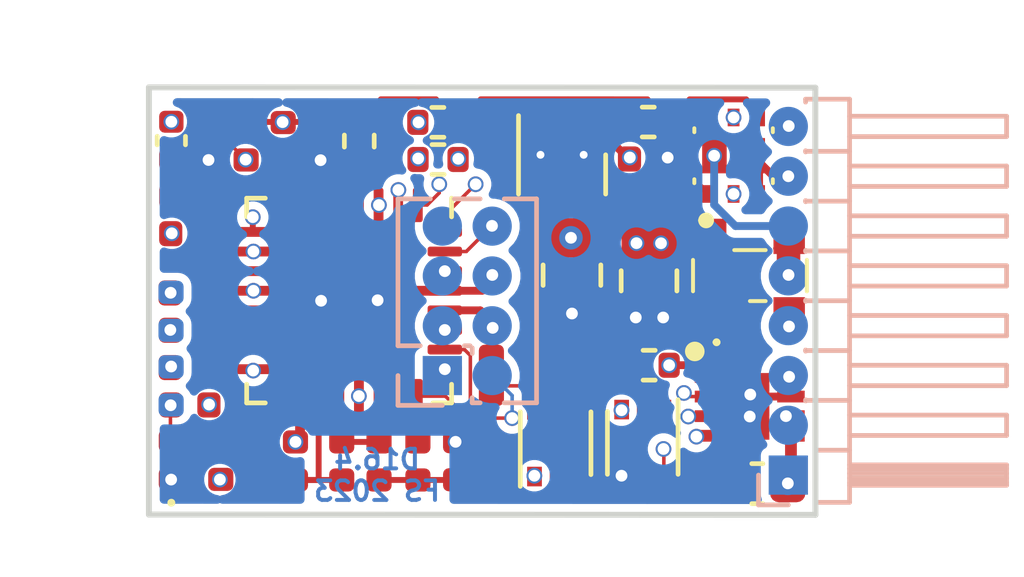
<source format=kicad_pcb>
(kicad_pcb (version 20241229) (generator "pcbnew") (generator_version "9.0")
  (title_block (title "RTB D16 NEM651 Decoder") (date "2024-11-16") (rev "4") (company "Frank Schumacher") (comment 1 "Lok Decoder NEM651") (comment 2 "D16.4") (comment 4 "Licensed under the Apache License, Version 2"))
  (layers (0 "F.Cu" signal) (4 "In1.Cu" signal) (6 "In2.Cu" signal) (8 "In3.Cu" signal) (10 "In4.Cu" signal) (2 "B.Cu" signal) (13 "F.Paste" user) (15 "B.Paste" user) (5 "F.SilkS" user) (7 "B.SilkS" user) (1 "F.Mask" user) (3 "B.Mask" user) (25 "Edge.Cuts" user))
  (net 0 "")
  (net 1 "GND")
  (net 2 "+3V3")
  (net 3 "DCC-b")
  (net 4 "DCC-a")
  (net 5 "RCM.tx")
  (net 6 "UDCC-a")
  (net 7 "UDCC-b")
  (net 8 "Net-(R7-Pad2)")
  (net 9 "Net-(R8-Pad2)")
  (net 10 "ISENS")
  (net 11 "PWM2")
  (net 12 "PWM1")
  (net 13 "M1")
  (net 14 "M2")
  (net 15 "uSENS2")
  (net 16 "uSENS1")
  (net 17 "Net-(Q1-Pad5)")
  (net 18 "Net-(Q1-Pad2)")
  (net 19 "VHBR")
  (net 20 "Net-(Q1-Pad3)")
  (net 21 "Net-(Q2-Pad5)")
  (net 22 "V24.rx")
  (net 23 "V24.tx")
  (net 24 "UPDI")
  (net 25 "V24.cts")
  (net 26 "V24.rts")
  (net 27 "Lr")
  (net 28 "Lf")
  (net 29 "F0r")
  (net 30 "F0f")
  (net 31 "Net-(D1-Pad2)")
  (net 32 "Net-(R14-Pad2)")
  (net 33 "Net-(R16-Pad1)")
  (net 34 "Net-(R14-Pad1)")
  (net 35 "Vref")
  (net 36 "Net-(IC1-Pad1)")
  (net 37 "IFL")
  (net 38 "Net-(Q3-Pad1)")
  (net 39 "LED.hbt")
  (net 40 "AUX2")
  (net 41 "AUX3")
  (net 42 "AUX1")
  (footprint "Resistor_SMD:R_0402_1005Metric" (layer "F.Cu") (at 51.53406 -42.49928 180)
    (property "Reference" "R4" (hide yes))
    (property "Value" "2.2k")
  )
  (footprint "Resistor_SMD:R_0402_1005Metric" (layer "F.Cu") (at 51.52898 -41.54678 180)
    (property "Reference" "R5" (hide yes))
    (property "Value" "2.2k")
  )
  (footprint "Resistor_SMD:R_0402_1005Metric" (layer "F.Cu") (at 53.92166 -47.31004 -90)
    (property "Reference" "R7" (hide yes))
    (property "Value" "33k")
  )
  (footprint "Resistor_SMD:R_0402_1005Metric" (layer "F.Cu") (at 52.97678 -47.32528 -90)
    (property "Reference" "R34" (hide yes))
    (property "Value" "220k")
  )
  (footprint "Resistor_SMD:R_0402_1005Metric" (layer "F.Cu") (at 51.5239 -43.44924 180)
    (property "Reference" "R6" (hide yes))
    (property "Value" "2.2k")
  )
  (footprint "Resistor_SMD:R_0402_1005Metric" (layer "F.Cu") (at 52.33162 -39.18204 -90)
    (property "Reference" "R10" (hide yes))
    (property "Value" "33k")
  )
  (footprint "Resistor_SMD:R_0402_1005Metric" (layer "F.Cu") (at 53.28158 -39.17442 90)
    (property "Reference" "R11" (hide yes))
    (property "Value" "10k")
  )
  (footprint "Resistor_SMD:R_0402_1005Metric" (layer "F.Cu") (at 51.54168 -44.96054 180)
    (property "Reference" "R12" (hide yes))
    (property "Value" "33k")
  )
  (footprint "Resistor_SMD:R_0402_1005Metric" (layer "F.Cu") (at 59.22518 -41.3512 -90)
    (property "Reference" "R3" (hide yes))
    (property "Value" "22")
  )
  (footprint "Capacitor_SMD:C_0402_1005Metric" (layer "F.Cu") (at 54.23408 -39.1668 90)
    (property "Reference" "C13" (hide yes))
    (property "Value" "22u/4V")
  )
  (footprint "Resistor_SMD:R_0402_1005Metric" (layer "F.Cu") (at 56.3626 -39.1668 90)
    (property "Reference" "R35" (hide yes))
    (property "Value" "220k")
  )
  (footprint "Resistor_SMD:R_0402_1005Metric" (layer "F.Cu") (at 57.3532 -39.1668 90)
    (property "Reference" "R8" (hide yes))
    (property "Value" "33k")
  )
  (footprint "Resistor_SMD:R_0402_1005Metric" (layer "F.Cu") (at 55.41264 -39.1668 -90)
    (property "Reference" "R37" (hide yes))
    (property "Value" "9.1k")
  )
  (footprint "Package_TO_SOT_SMD:SOT-666" (layer "F.Cu") (at 60.86094 -39.61892 90)
    (property "Reference" "Q1" (hide yes))
    (property "Value" "BC857BDW1" (hide yes))
  )
  (footprint "Resistor_SMD:R_0402_1005Metric" (layer "F.Cu") (at 59.26836 -39.1795 -90)
    (property "Reference" "R15" (hide yes))
    (property "Value" "10k")
  )
  (footprint "Resistor_SMD:R_0402_1005Metric" (layer "F.Cu") (at 52.02682 -47.32528 -90)
    (property "Reference" "R36" (hide yes))
    (property "Value" "9.1k")
  )
  (footprint "Resistor_SMD:R_0402_1005Metric" (layer "F.Cu") (at 61.22924 -41.60774 180)
    (property "Reference" "R18" (hide yes))
    (property "Value" "10k")
  )
  (footprint "Package_TO_SOT_SMD:SOT-666" (layer "F.Cu") (at 63.0809 -39.62654 -90)
    (property "Reference" "Q2" (hide yes))
    (property "Value" "BC847BDW1" (hide yes))
  )
  (footprint "Resistor_SMD:R_0402_1005Metric" (layer "F.Cu") (at 58.31332 -39.17188 -90)
    (property "Reference" "R20" (hide yes))
    (property "Value" "10k")
  )
  (footprint "Resistor_SMD:R_0402_1005Metric" (layer "F.Cu") (at 51.54422 -40.59428 180)
    (property "Reference" "R1" (hide yes))
    (property "Value" "3.3k")
  )
  (footprint "Package_SON:WSON-6-1EP_2x2mm_P0.65mm_EP1x1.6mm_ThermalVias" (layer "F.Cu") (at 61.02604 -46.97222 -90)
    (property "Reference" "IC2" (hide yes))
    (property "Value" "NCP730BMT330TBG")
  )
  (footprint "Package_DFN_QFN:VQFN-32-1EP_5x5mm_P0.5mm_EP3.1x3.1mm" (layer "F.Cu") (at 55.6006 -43.2562 -90)
    (property "Reference" "U1" (hide yes))
    (property "Value" "AVR-64DA32")
  )
  (footprint "LED_SMD:LED_0402_1005Metric" (layer "F.Cu") (at 51.07178 -39.1922 90)
    (property "Reference" "D1" (hide yes))
    (property "Value" "LED")
  )
  (footprint "Capacitor_SMD:C_0402_1005Metric" (layer "F.Cu") (at 59.19978 -43.23334 -90)
    (property "Reference" "C1" (hide yes))
    (property "Value" "22u/4V")
  )
  (footprint "Resistor_SMD:R_0402_1005Metric" (layer "F.Cu") (at 54.8767 -47.31004 90)
    (property "Reference" "R19" (hide yes))
    (property "Value" "10k")
  )
  (footprint "Capacitor_SMD:C_0402_1005Metric" (layer "F.Cu") (at 63.22822 -46.86554)
    (property "Reference" "C3" (hide yes))
    (property "Value" "22u/4V")
  )
  (footprint "RTB:SON50P200X200X80-9N" (layer "F.Cu") (at 65.80632 -40.55872)
    (property "Reference" "IC1")
    (property "Value" "DRV8231ADSGR")
  )
  (footprint "Resistor_SMD:R_0402_1005Metric" (layer "F.Cu") (at 63.24346 -41.60774)
    (property "Reference" "R2" (hide yes))
    (property "Value" "3.3k")
  )
  (footprint "Resistor_SMD:R_0402_1005Metric" (layer "F.Cu") (at 63.2206 -47.80788)
    (property "Reference" "R9" (hide yes))
    (property "Value" "2.2")
  )
  (footprint "RTB:BF998215" (layer "F.Cu") (at 65.8114 -43.51782)
    (property "Reference" "D3")
    (property "Value" "BAS3007ARPPE6327HTSA1")
  )
  (footprint "Capacitor_SMD:C_0402_1005Metric" (layer "F.Cu") (at 51.07178 -47.33544 -90)
    (property "Reference" "C6" (hide yes))
    (property "Value" "1u" (hide yes))
  )
  (footprint "Resistor_SMD:R_0402_1005Metric" (layer "F.Cu") (at 57.86628 -46.85284 180)
    (property "Reference" "R17" (hide yes))
    (property "Value" "220k")
  )
  (footprint "Capacitor_SMD:C_0805_2012Metric" (layer "F.Cu") (at 63.24092 -43.75912 -90)
    (property "Reference" "C7" (hide yes))
    (property "Value" "22u/25V")
  )
  (footprint "Resistor_SMD:R_0402_1005Metric" (layer "F.Cu") (at 57.8612 -47.80026 180)
    (property "Reference" "R21" (hide yes))
    (property "Value" "1k")
  )
  (footprint "Resistor_SMD:R_0402_1005Metric" (layer "F.Cu") (at 51.54422 -45.91558)
    (property "Reference" "R13" (hide yes))
    (property "Value" "10k")
  )
  (footprint "Capacitor_SMD:C_0603_1608Metric" (layer "F.Cu") (at 65.99936 -38.58768 180)
    (property "Reference" "C4" (hide yes))
    (property "Value" "1u/35V")
  )
  (footprint "RTB:CSD87502Q2" (layer "F.Cu") (at 65.39484 -46.94936 90)
    (property "Reference" "Q3")
    (property "Value" "SSM6N55NU")
  )
  (footprint "Resistor_SMD:R_0402_1005Metric" (layer "F.Cu") (at 55.85968 -47.32274 90)
    (property "Reference" "R22" (hide yes))
    (property "Value" "2.2")
  )
  (footprint "Capacitor_SMD:C_0805_2012Metric" (layer "F.Cu") (at 61.2775 -43.9039 -90)
    (property "Reference" "C2" (hide yes))
    (property "Value" "100u/4V")
  )
  (footprint "Resistor_SMD:R_0402_1005Metric" (layer "B.Cu") (at 51.06416 -42.98188 -90)
    (property "Reference" "R14" (hide yes))
    (property "Value" "dummy")
  )
  (footprint "Resistor_SMD:R_0402_1005Metric" (layer "B.Cu") (at 51.0667 -41.07942 -90)
    (property "Reference" "R16" (hide yes))
    (property "Value" "dummy")
  )
  (footprint "Connector_PinHeader_1.27mm:PinHeader_2x04_P1.27mm_Vertical" (layer "B.Cu") (at 57.9755 -41.34358)
    (property "Reference" "J1" (hide yes))
    (property "Value" "Service IF")
  )
  (footprint "Connector_PinHeader_1.27mm:PinHeader_1x08_P1.27mm_Horizontal" (layer "B.Cu") (at 66.7893 -38.80612)
    (property "Reference" "J2" (hide yes))
    (property "Value" "NEM651")
  )
  (gr_line (start 67.48018 -37.79266) (end 50.50028 -37.80028) (stroke (width 0.15)) (layer "Edge.Cuts"))
  (gr_line (start 50.50028 -48.6918) (end 67.47764 -48.68418) (stroke (width 0.15)) (layer "Edge.Cuts"))
  (gr_line (start 50.50028 -37.80028) (end 50.50028 -48.6918) (stroke (width 0.15)) (layer "Edge.Cuts"))
  (gr_line (start 67.47764 -48.68418) (end 67.48018 -37.79266) (stroke (width 0.15)) (layer "Edge.Cuts"))
  (gr_text "D16.4\nFS 2023" (at 56.3118 -38.80104 0) (layer "B.Cu") (effects (font (size 0.5 0.5) (thickness 0.1)) (justify mirror)))
  (segment (start 54.2798 -38.6818) (end 55.372 -38.6818) (width 0.15) (layer "F.Cu") (net 1))
  (segment (start 63.72084 -46.90364) (end 63.72084 -46.90364) (width 0.2) (layer "F.Cu") (net 1))
  (segment (start 65.3822 -38.78072) (end 65.3822 -38.78072) (width 0.2) (layer "F.Cu") (net 1))
  (segment (start 65.82156 -40.81526) (end 65.82156 -40.81526) (width 0.3) (layer "F.Cu") (net 1))
  (segment (start 65.80632 -40.32758) (end 65.80632 -39.204814) (width 0.3) (layer "F.Cu") (net 1))
  (segment (start 58.05734 -43.52544) (end 58.0381 -43.5062) (width 0.15) (layer "F.Cu") (net 1))
  (segment (start 53.31968 -38.68434) (end 54.27726 -38.68434) (width 0.15) (layer "F.Cu") (net 1))
  (segment (start 66.85632 -40.80872) (end 66.05632 -40.80872) (width 0.2) (layer "F.Cu") (net 1))
  (segment (start 61.72722 -46.97222) (end 61.02604 -46.97222) (width 0.2) (layer "F.Cu") (net 1))
  (segment (start 60.37604 -47.85972) (end 60.37604 -47.07222) (width 0.2) (layer "F.Cu") (net 1))
  (segment (start 58.0421 -43.5102) (end 58.0381 -43.5062) (width 0.15) (layer "F.Cu") (net 1))
  (segment (start 54.82481 -40.79291) (end 54.82481 -38.69581) (width 0.15) (layer "F.Cu") (net 1))
  (segment (start 54.26456 -38.69704) (end 54.2798 -38.6818) (width 0.15) (layer "F.Cu") (net 1))
  (segment (start 51.05922 -45.91558) (end 51.05922 -46.84288) (width 0.09) (layer "F.Cu") (net 1))
  (segment (start 58.98764 -43.5062) (end 59.19978 -43.71834) (width 0.2) (layer "F.Cu") (net 1))
  (segment (start 65.80632 -40.55872) (end 65.80632 -40.32758) (width 0.2) (layer "F.Cu") (net 1))
  (segment (start 66.05632 -40.80872) (end 65.80632 -40.55872) (width 0.2) (layer "F.Cu") (net 1))
  (segment (start 52.0039 -46.85544) (end 52.0192 -46.84014) (width 0.09) (layer "F.Cu") (net 1))
  (segment (start 58.0381 -43.5062) (end 58.98764 -43.5062) (width 0.2) (layer "F.Cu") (net 1))
  (segment (start 58.0381 -43.5062) (end 58.06242 -43.53052) (width 0.15) (layer "F.Cu") (net 1))
  (segment (start 54.8506 -40.8187) (end 54.82481 -40.79291) (width 0.15) (layer "F.Cu") (net 1))
  (segment (start 54.27726 -38.68434) (end 54.2798 -38.6818) (width 0.15) (layer "F.Cu") (net 1))
  (segment (start 55.83736 -46.83506) (end 55.85968 -46.81274) (width 0.2) (layer "F.Cu") (net 1))
  (segment (start 62.7785 -47.84598) (end 63.72084 -46.90364) (width 0.2) (layer "F.Cu") (net 1))
  (segment (start 65.80632 -39.204814) (end 65.3822 -38.780694) (width 0.3) (layer "F.Cu") (net 1))
  (segment (start 55.8506 -43.5062) (end 58.0381 -43.5062) (width 0.25) (layer "F.Cu") (net 1))
  (segment (start 51.05922 -46.84288) (end 51.07178 -46.85544) (width 0.09) (layer "F.Cu") (net 1))
  (segment (start 54.8108 -38.6818) (end 54.2798 -38.6818) (width 0.15) (layer "F.Cu") (net 1))
  (segment (start 55.6006 -43.2562) (end 55.8506 -43.5062) (width 0.2) (layer "F.Cu") (net 1))
  (segment (start 64.96052 -42.84194) (end 65.0114 -42.89282) (width 0.35) (layer "F.Cu") (net 1))
  (segment (start 50.8738 -45.9138) (end 50.88 -45.92) (width 0.15) (layer "F.Cu") (net 1))
  (segment (start 65.82156 -40.81526) (end 65.82156 -40.81526) (width 0.3) (layer "F.Cu") (net 1))
  (segment (start 60.37604 -47.07222) (end 60.47604 -46.97222) (width 0.2) (layer "F.Cu") (net 1))
  (segment (start 63.246 -42.84194) (end 64.96052 -42.84194) (width 0.5) (layer "F.Cu") (net 1))
  (segment (start 55.6006 -43.2562) (end 54.8506 -42.5062) (width 0.2) (layer "F.Cu") (net 1))
  (segment (start 54.8506 -42.5062) (end 54.8506 -40.8187) (width 0.25) (layer "F.Cu") (net 1))
  (segment (start 62.73346 -42.3294) (end 63.246 -42.84194) (width 0.2) (layer "F.Cu") (net 1))
  (segment (start 51.07178 -46.85544) (end 52.0039 -46.85544) (width 0.09) (layer "F.Cu") (net 1))
  (segment (start 62.73346 -41.60774) (end 62.73346 -42.3294) (width 0.2) (layer "F.Cu") (net 1))
  (segment (start 62.71822 -47.84598) (end 62.7785 -47.84598) (width 0.2) (layer "F.Cu") (net 1))
  (segment (start 54.82481 -38.69581) (end 54.8108 -38.6818) (width 0.15) (layer "F.Cu") (net 1))
  (segment (start 54.87416 -46.83506) (end 55.83736 -46.83506) (width 0.3) (layer "F.Cu") (net 1))
  (via (at 56.32704 -43.26382) (size 0.6) (drill 0.3) (layers "F.Cu" "B.Cu") (net 1))
  (via (at 54.88686 -43.25112) (size 0.6) (drill 0.3) (layers "F.Cu" "B.Cu") (net 1))
  (via (at 63.6016 -42.8244) (size 0.4) (drill 0.3) (layers "F.Cu" "B.Cu") (net 1))
  (via (at 63.7159 -46.9011) (size 0.4) (drill 0.3) (layers "F.Cu" "B.Cu") (net 1))
  (via (at 58.31332 -39.65448) (size 0.4) (drill 0.3) (layers "F.Cu" "B.Cu") (net 1))
  (via (at 61.2775 -42.926) (size 0.6) (drill 0.3) (layers "F.Cu" "B.Cu") (net 1))
  (via (at 51.0667 -38.69182) (size 0.4) (drill 0.3) (layers "F.Cu" "B.Cu") (net 1))
  (via (at 66.79946 -47.70628) (size 0.6) (drill 0.3) (layers "F.Cu" "B.Cu") (net 1))
  (via (at 52.0192 -46.84014) (size 0.4) (drill 0.3) (layers "F.Cu" "B.Cu") (net 1))
  (via (at 62.54 -38.79) (size 0.4) (drill 0.3) (layers "F.Cu" "B.Cu") (net 1))
  (via (at 59.24804 -43.90898) (size 0.4) (drill 0.3) (layers "F.Cu" "B.Cu") (net 1))
  (via (at 65.80632 -40.3) (size 0.4) (drill 0.3) (layers "F.Cu" "B.Cu") (net 1))
  (via (at 54.87416 -46.83506) (size 0.4) (drill 0.3) (layers "F.Cu" "B.Cu") (net 1))
  (via (at 65.82 -40.86) (size 0.4) (drill 0.3) (layers "F.Cu" "B.Cu") (net 1))
  (via (at 62.9031 -42.8244) (size 0.4) (drill 0.3) (layers "F.Cu" "B.Cu") (net 1))
  (segment (start 59.0543 -44.0062) (end 59.1693 -43.8912) (width 0.15) (layer "B.Cu") (net 1))
  (segment (start 54.2798 -39.6518) (end 54.2798 -39.6518) (width 0.2) (layer "F.Cu") (net 2))
  (segment (start 54.3506 -39.7226) (end 54.2798 -39.6518) (width 0.2) (layer "F.Cu") (net 2))
  (segment (start 54.2798 -39.6518) (end 54.2798 -39.6518) (width 0.2) (layer "F.Cu") (net 2))
  (segment (start 54.23408 -39.6518) (end 54.23408 -39.6518) (width 0.25) (layer "F.Cu") (net 2))
  (segment (start 62.75084 -46.90364) (end 62.75084 -46.90364) (width 0.2) (layer "F.Cu") (net 2))
  (segment (start 62.68974 -46.90364) (end 62.75084 -46.90364) (width 0.2) (layer "F.Cu") (net 2))
  (segment (start 62.12078 -47.4726) (end 62.68974 -46.90364) (width 0.2) (layer "F.Cu") (net 2))
  (segment (start 62.12078 -47.77232) (end 62.12078 -47.4726) (width 0.2) (layer "F.Cu") (net 2))
  (segment (start 62.03188 -47.86122) (end 62.12078 -47.77232) (width 0.2) (layer "F.Cu") (net 2))
  (segment (start 61.67604 -47.85972) (end 61.73366 -47.85972) (width 0.2) (layer "F.Cu") (net 2))
  (segment (start 58.0381 -43.0062) (end 58.94192 -43.0062) (width 0.2) (layer "F.Cu") (net 2))
  (segment (start 59.19978 -42.74834) (end 59.19978 -41.8616) (width 0.2) (layer "F.Cu") (net 2))
  (segment (start 61.73516 -47.86122) (end 62.03188 -47.86122) (width 0.2) (layer "F.Cu") (net 2))
  (segment (start 54.3506 -40.8187) (end 54.3506 -39.76832) (width 0.25) (layer "F.Cu") (net 2))
  (segment (start 59.19978 -41.8616) (end 59.22518 -41.8362) (width 0.2) (layer "F.Cu") (net 2))
  (segment (start 61.73366 -47.85972) (end 61.73516 -47.86122) (width 0.2) (layer "F.Cu") (net 2))
  (segment (start 58.94192 -43.0062) (end 59.19978 -42.74834) (width 0.2) (layer "F.Cu") (net 2))
  (segment (start 54.3506 -39.76832) (end 54.23408 -39.6518) (width 0.25) (layer "F.Cu") (net 2))
  (via (at 62.75084 -46.90364) (size 0.4) (drill 0.3) (layers "F.Cu" "B.Cu") (net 2))
  (via (at 59.2582 -42.56024) (size 0.4) (drill 0.3) (layers "F.Cu" "B.Cu") (net 2))
  (via (at 60.31992 -38.79) (size 0.4) (drill 0.3) (layers "F.Cu" "B.Cu") (net 2))
  (via (at 61.2521 -44.8564) (size 0.6) (drill 0.3) (layers "F.Cu" "B.Cu") (net 2))
  (via (at 54.23408 -39.6518) (size 0.4) (drill 0.3) (layers "F.Cu" "B.Cu") (net 2))
  (segment (start 59.0543 -42.5062) (end 59.1693 -42.6212) (width 0.15) (layer "B.Cu") (net 2))
  (segment (start 56.3626 -38.6818) (end 56.3626 -38.6818) (width 0.15) (layer "F.Cu") (net 3))
  (segment (start 56.3626 -38.6818) (end 57.3532 -38.6818) (width 0.15) (layer "F.Cu") (net 3))
  (segment (start 63.627 -38.76794) (end 63.627 -38.76794) (width 0.09) (layer "F.Cu") (net 3))
  (segment (start 58.31332 -38.68688) (end 58.826281 -38.173919) (width 0.09) (layer "F.Cu") (net 3))
  (segment (start 63.6184 -39.463002) (end 63.609494 -39.471908) (width 0.09) (layer "F.Cu") (net 3))
  (segment (start 63.6184 -38.32508) (end 63.6184 -38.77654) (width 0.09) (layer "F.Cu") (net 3))
  (segment (start 58.826281 -38.173919) (end 63.467239 -38.173919) (width 0.09) (layer "F.Cu") (net 3))
  (segment (start 63.6184 -38.77654) (end 63.6184 -39.463002) (width 0.09) (layer "F.Cu") (net 3))
  (segment (start 57.3532 -38.6818) (end 58.30824 -38.6818) (width 0.15) (layer "F.Cu") (net 3))
  (segment (start 58.30824 -38.6818) (end 58.31332 -38.68688) (width 0.15) (layer "F.Cu") (net 3))
  (segment (start 63.467239 -38.173919) (end 63.6184 -38.32508) (width 0.09) (layer "F.Cu") (net 3))
  (via (at 63.609494 -39.471908) (size 0.4) (drill 0.3) (layers "F.Cu" "B.Cu") (net 3))
  (via (at 66.80708 -42.5958) (size 0.6) (drill 0.3) (layers "F.Cu" "B.Cu") (net 3))
  (segment (start 66.8274 -42.68216) (end 66.48958 -42.68216) (width 0.09) (layer "B.Cu") (net 3))
  (segment (start 66.8274 -42.68216) (end 66.8274 -42.68216) (width 0.09) (layer "B.Cu") (net 3))
  (segment (start 52.86248 -47.81028) (end 53.85308 -47.81028) (width 0.15) (layer "F.Cu") (net 4))
  (segment (start 54.8005 -47.81536) (end 54.8005 -47.81536) (width 0.15) (layer "F.Cu") (net 4))
  (segment (start 66.79438 -44.8758) (end 66.8114 -44.89282) (width 0.3) (layer "F.Cu") (net 4))
  (segment (start 66.8114 -44.89282) (end 66.5032 -44.58462) (width 0.2) (layer "F.Cu") (net 4))
  (segment (start 66.79438 -43.90898) (end 66.79438 -44.8758) (width 0.6) (layer "F.Cu") (net 4))
  (segment (start 53.85308 -47.81028) (end 54.79542 -47.81028) (width 0.15) (layer "F.Cu") (net 4))
  (segment (start 52.86248 -47.81028) (end 52.86248 -47.81028) (width 0.15) (layer "F.Cu") (net 4))
  (segment (start 54.79542 -47.81028) (end 54.8005 -47.81536) (width 0.15) (layer "F.Cu") (net 4))
  (via (at 53.90642 -47.80534) (size 0.4) (drill 0.3) (layers "F.Cu" "B.Cu") (net 4))
  (via (at 62.54 -40.46) (size 0.4) (drill 0.3) (layers "F.Cu" "B.Cu") (net 4))
  (via (at 66.79438 -43.90898) (size 0.6) (drill 0.3) (layers "F.Cu" "B.Cu") (net 4))
  (segment (start 59.26836 -39.6645) (end 59.208474 -39.6645) (width 0.09) (layer "F.Cu") (net 5))
  (segment (start 59.208474 -39.6645) (end 58.054274 -40.8187) (width 0.09) (layer "F.Cu") (net 5))
  (segment (start 58.054274 -40.8187) (end 57.3506 -40.8187) (width 0.09) (layer "F.Cu") (net 5))
  (segment (start 52.86114 -46.83894) (end 52.86248 -46.84028) (width 0.09) (layer "F.Cu") (net 6))
  (segment (start 52.96408 -46.8503) (end 52.96408 -46.8503) (width 0.09) (layer "F.Cu") (net 6))
  (segment (start 53.1631 -44.5062) (end 53.1631 -44.5062) (width 0.09) (layer "F.Cu") (net 6))
  (segment (start 51.99408 -47.8203) (end 52.96408 -46.8503) (width 0.09) (layer "F.Cu") (net 6))
  (segment (start 52.74804 -46.72584) (end 52.86114 -46.83894) (width 0.09) (layer "F.Cu") (net 6))
  (segment (start 51.87188 -47.81028) (end 51.89248 -47.81028) (width 0.09) (layer "F.Cu") (net 6))
  (via (at 52.96408 -46.8503) (size 0.4) (drill 0.3) (layers "F.Cu" "B.Cu") (net 6))
  (via (at 53.1631 -44.5062) (size 0.4) (drill 0.3) (layers "F.Cu" "B.Cu") (net 6))
  (segment (start 55.372 -39.6518) (end 56.3626 -39.6518) (width 0.15) (layer "F.Cu") (net 7))
  (segment (start 55.372 -39.6518) (end 55.372 -40.7973) (width 0.15) (layer "F.Cu") (net 7))
  (segment (start 55.372 -40.7973) (end 55.3506 -40.8187) (width 0.15) (layer "F.Cu") (net 7))
  (segment (start 53.8506 -46.8378) (end 53.85308 -46.84028) (width 0.15) (layer "F.Cu") (net 8))
  (segment (start 53.8506 -45.6937) (end 53.8506 -46.8378) (width 0.15) (layer "F.Cu") (net 8))
  (segment (start 57.3532 -39.6518) (end 56.8506 -40.1544) (width 0.15) (layer "F.Cu") (net 9))
  (segment (start 56.8506 -40.1544) (end 56.8506 -40.8187) (width 0.15) (layer "F.Cu") (net 9))
  (via (at 55.84952 -40.82034) (size 0.4) (drill 0.3) (layers "F.Cu" "B.Cu") (net 10))
  (via (at 57.36082 -46.87824) (size 0.4) (drill 0.3) (layers "F.Cu" "B.Cu") (net 10))
  (via (at 51.07178 -47.81544) (size 0.4) (drill 0.3) (layers "F.Cu" "B.Cu") (net 10))
  (segment (start 64.35128 -40.30872) (end 64.35 -40.31) (width 0.09) (layer "F.Cu") (net 11))
  (segment (start 64.75632 -40.30872) (end 64.24872 -40.30872) (width 0.09) (layer "F.Cu") (net 11))
  (segment (start 64.24872 -40.30872) (end 64.24 -40.3) (width 0.09) (layer "F.Cu") (net 11))
  (via (at 64.24 -40.3) (size 0.4) (drill 0.3) (layers "F.Cu" "B.Cu") (net 11))
  (via (at 56.36006 -45.69206) (size 0.4) (drill 0.3) (layers "F.Cu" "B.Cu") (net 11))
  (segment (start 64.43454 -40.81) (end 64.44234 -40.8178) (width 0.09) (layer "F.Cu") (net 12))
  (segment (start 56.8506 -45.6937) (end 56.8506 -46.12862) (width 0.09) (layer "F.Cu") (net 12))
  (segment (start 56.8506 -46.12862) (end 56.8452 -46.13402) (width 0.09) (layer "F.Cu") (net 12))
  (segment (start 64.75632 -40.80872) (end 64.22128 -40.80872) (width 0.09) (layer "F.Cu") (net 12))
  (segment (start 64.22128 -40.80872) (end 64.13 -40.9) (width 0.09) (layer "F.Cu") (net 12))
  (via (at 64.13 -40.9) (size 0.4) (drill 0.3) (layers "F.Cu" "B.Cu") (net 12))
  (via (at 56.85536 -46.0756) (size 0.4) (drill 0.3) (layers "F.Cu" "B.Cu") (net 12))
  (via (at 66.80962 -41.3131) (size 0.4) (drill 0.3) (layers "F.Cu" "B.Cu") (net 13))
  (via (at 51.08194 -44.9707) (size 0.4) (drill 0.3) (layers "F.Cu" "B.Cu") (net 13))
  (via (at 66.72834 -40.3098) (size 0.4) (drill 0.3) (layers "F.Cu" "B.Cu") (net 14))
  (via (at 52.30876 -38.69182) (size 0.4) (drill 0.3) (layers "F.Cu" "B.Cu") (net 14))
  (segment (start 53.31968 -40.28778) (end 53.8506 -40.8187) (width 0.15) (layer "F.Cu") (net 15))
  (segment (start 53.30952 -39.65942) (end 53.3146 -39.65434) (width 0.15) (layer "F.Cu") (net 15))
  (segment (start 53.31968 -39.65434) (end 53.31968 -40.28778) (width 0.15) (layer "F.Cu") (net 15))
  (segment (start 52.3748 -39.65942) (end 53.30952 -39.65942) (width 0.15) (layer "F.Cu") (net 15))
  (segment (start 52.05476 -44.93246) (end 52.05476 -45.71024) (width 0.09) (layer "F.Cu") (net 16))
  (segment (start 53.1631 -44.0062) (end 52.45538 -44.0062) (width 0.09) (layer "F.Cu") (net 16))
  (segment (start 52.45538 -44.0062) (end 52.05476 -44.40682) (width 0.09) (layer "F.Cu") (net 16))
  (segment (start 52.05476 -44.40682) (end 52.05476 -44.93246) (width 0.09) (layer "F.Cu") (net 16))
  (segment (start 60.32344 -40.46892) (end 60.78594 -40.46892) (width 0.15) (layer "F.Cu") (net 17))
  (segment (start 60.86094 -39.562636) (end 60.86094 -40.54392) (width 0.09) (layer "F.Cu") (net 17))
  (segment (start 59.894298 -39.320438) (end 60.618742 -39.320438) (width 0.09) (layer "F.Cu") (net 17))
  (segment (start 60.618742 -39.320438) (end 60.86094 -39.562636) (width 0.09) (layer "F.Cu") (net 17))
  (segment (start 59.26836 -38.6945) (end 59.894298 -39.320438) (width 0.09) (layer "F.Cu") (net 17))
  (segment (start 61.39844 -40.46892) (end 61.39844 -39.717) (width 0.15) (layer "F.Cu") (net 18))
  (segment (start 60.86094 -39.16892) (end 60.86094 -38.69392) (width 0.15) (layer "F.Cu") (net 18))
  (segment (start 61.39844 -40.777287) (end 61.39844 -40.46892) (width 0.09) (layer "F.Cu") (net 18))
  (segment (start 59.44094 -41.08196) (end 61.093767 -41.08196) (width 0.09) (layer "F.Cu") (net 18))
  (segment (start 59.22518 -40.8662) (end 59.44094 -41.08196) (width 0.09) (layer "F.Cu") (net 18))
  (segment (start 61.093767 -41.08196) (end 61.39844 -40.777287) (width 0.09) (layer "F.Cu") (net 18))
  (segment (start 61.39844 -39.717) (end 60.86094 -39.1795) (width 0.15) (layer "F.Cu") (net 18))
  (segment (start 64.8114 -44.89282) (end 64.8114 -44.89282) (width 0.2) (layer "F.Cu") (net 19))
  (segment (start 64.8114 -44.89282) (end 63.43712 -44.89282) (width 0.5) (layer "F.Cu") (net 19))
  (segment (start 62.60188 -46.08472) (end 63.24092 -45.44568) (width 0.2) (layer "F.Cu") (net 19))
  (segment (start 63.24092 -45.44568) (end 63.24092 -44.69662) (width 0.2) (layer "F.Cu") (net 19))
  (segment (start 66.85632 -38.67502) (end 66.7766 -38.5953) (width 0.3) (layer "F.Cu") (net 19))
  (segment (start 62.67606 -44.96406) (end 62.92088 -44.71924) (width 0.3) (layer "F.Cu") (net 19))
  (segment (start 66.85632 -39.80872) (end 66.85632 -38.67502) (width 0.3) (layer "F.Cu") (net 19))
  (segment (start 64.8114 -44.89282) (end 64.8114 -44.1358) (width 0.35) (layer "F.Cu") (net 19))
  (segment (start 61.67604 -46.08472) (end 62.60188 -46.08472) (width 0.2) (layer "F.Cu") (net 19))
  (segment (start 66.7766 -38.70706) (end 66.85026 -38.78072) (width 0.3) (layer "F.Cu") (net 19))
  (segment (start 66.81216 -38.74262) (end 66.81216 -38.74262) (width 0.3) (layer "F.Cu") (net 19))
  (segment (start 64.5126 -44.89282) (end 64.8114 -44.89282) (width 0.2) (layer "F.Cu") (net 19))
  (segment (start 63.43712 -44.89282) (end 63.24092 -44.69662) (width 0.5) (layer "F.Cu") (net 19))
  (segment (start 66.7766 -38.5953) (end 66.7766 -38.70706) (width 0.3) (layer "F.Cu") (net 19))
  (via (at 63.54572 -44.7167) (size 0.4) (drill 0.3) (layers "F.Cu" "B.Cu") (net 19))
  (via (at 66.7766 -38.5953) (size 0.6) (drill 0.3) (layers "F.Cu" "B.Cu") (net 19))
  (via (at 62.92088 -44.71924) (size 0.4) (drill 0.3) (layers "F.Cu" "B.Cu") (net 19))
  (segment (start 62.92342 -44.7167) (end 62.92088 -44.71924) (width 0.3) (layer "B.Cu") (net 19))
  (segment (start 62.800142 -41.0083) (end 63.0809 -40.727542) (width 0.09) (layer "F.Cu") (net 20))
  (segment (start 61.491613 -41.02354) (end 61.66612 -41.02354) (width 0.09) (layer "F.Cu") (net 20))
  (segment (start 61.8363 -40.85336) (end 61.8363 -39.20678) (width 0.09) (layer "F.Cu") (net 20))
  (segment (start 62.24016 -41.1734) (end 62.40526 -41.0083) (width 0.09) (layer "F.Cu") (net 20))
  (segment (start 61.32082 -42.18432) (end 62.0776 -42.18432) (width 0.09) (layer "F.Cu") (net 20))
  (segment (start 61.66612 -41.02354) (end 61.8363 -40.85336) (width 0.09) (layer "F.Cu") (net 20))
  (segment (start 62.0776 -42.18432) (end 62.24016 -42.02176) (width 0.09) (layer "F.Cu") (net 20))
  (segment (start 60.907413 -41.60774) (end 61.491613 -41.02354) (width 0.09) (layer "F.Cu") (net 20))
  (segment (start 63.0809 -40.55154) (end 63.5434 -40.55154) (width 0.15) (layer "F.Cu") (net 20))
  (segment (start 62.24016 -42.02176) (end 62.24016 -41.1734) (width 0.09) (layer "F.Cu") (net 20))
  (segment (start 61.8363 -39.20678) (end 61.39844 -38.76892) (width 0.09) (layer "F.Cu") (net 20))
  (segment (start 60.74424 -41.60774) (end 60.907413 -41.60774) (width 0.09) (layer "F.Cu") (net 20))
  (segment (start 62.40526 -41.0083) (end 62.800142 -41.0083) (width 0.09) (layer "F.Cu") (net 20))
  (segment (start 60.74424 -41.60774) (end 61.32082 -42.18432) (width 0.09) (layer "F.Cu") (net 20))
  (segment (start 63.0809 -40.727542) (end 63.0809 -40.55154) (width 0.09) (layer "F.Cu") (net 20))
  (segment (start 62.076311 -40.952775) (end 62.076311 -40.121129) (width 0.09) (layer "F.Cu") (net 21))
  (segment (start 63.0809 -39.11654) (end 63.0809 -38.70154) (width 0.09) (layer "F.Cu") (net 21))
  (segment (start 62.076311 -40.121129) (end 63.0809 -39.11654) (width 0.09) (layer "F.Cu") (net 21))
  (segment (start 61.71424 -41.60774) (end 61.71424 -41.314846) (width 0.09) (layer "F.Cu") (net 21))
  (segment (start 61.71424 -41.314846) (end 62.076311 -40.952775) (width 0.09) (layer "F.Cu") (net 21))
  (segment (start 58.585422 -44.5062) (end 59.240422 -45.1612) (width 0.09) (layer "F.Cu") (net 22))
  (segment (start 58.0381 -44.5062) (end 58.585422 -44.5062) (width 0.09) (layer "F.Cu") (net 22))
  (via (at 59.240422 -45.1612) (size 0.4) (drill 0.3) (layers "F.Cu" "B.Cu") (net 22))
  (segment (start 58.0381 -44.0062) (end 58.0381 -44.0062) (width 0.09) (layer "F.Cu") (net 23))
  (via (at 58.0381 -44.0062) (size 0.4) (drill 0.3) (layers "F.Cu" "B.Cu") (net 23))
  (segment (start 58.0381 -42.5062) (end 58.0381 -42.5062) (width 0.09) (layer "F.Cu") (net 24))
  (via (at 58.0381 -42.5062) (size 0.4) (drill 0.3) (layers "F.Cu" "B.Cu") (net 24))
  (segment (start 58.5397 -42.0062) (end 58.68924 -41.85666) (width 0.09) (layer "F.Cu") (net 25))
  (segment (start 58.68924 -40.52316) (end 58.953402 -40.258998) (width 0.09) (layer "F.Cu") (net 25))
  (segment (start 58.953402 -40.258998) (end 59.754032 -40.258998) (width 0.09) (layer "F.Cu") (net 25))
  (segment (start 58.68924 -41.85666) (end 58.68924 -40.52316) (width 0.09) (layer "F.Cu") (net 25))
  (segment (start 58.0381 -42.0062) (end 58.5397 -42.0062) (width 0.09) (layer "F.Cu") (net 25))
  (via (at 59.754032 -40.258998) (size 0.4) (drill 0.3) (layers "F.Cu" "B.Cu") (net 25))
  (segment (start 59.0143 -41.5062) (end 59.1693 -41.3512) (width 0.15) (layer "B.Cu") (net 25))
  (segment (start 59.2455 -41.34358) (end 59.754032 -40.835048) (width 0.09) (layer "B.Cu") (net 25))
  (segment (start 59.754032 -40.835048) (end 59.754032 -40.258998) (width 0.09) (layer "B.Cu") (net 25))
  (segment (start 58.0381 -41.5062) (end 58.0381 -41.5062) (width 0.15) (layer "F.Cu") (net 26))
  (via (at 58.0381 -41.5062) (size 0.4) (drill 0.3) (layers "F.Cu" "B.Cu") (net 26))
  (segment (start 64.74484 -47.92436) (end 64.74484 -47.10435) (width 0.2) (layer "F.Cu") (net 27))
  (segment (start 64.74484 -47.10435) (end 64.89983 -46.94936) (width 0.2) (layer "F.Cu") (net 27))
  (via (at 64.89983 -46.94936) (size 0.4) (drill 0.3) (layers "F.Cu" "B.Cu") (net 27))
  (segment (start 64.90684 -46.94936) (end 64.90684 -46.94936) (width 0.2) (layer "B.Cu") (net 27))
  (segment (start 64.89983 -45.69939) (end 64.89983 -46.94936) (width 0.2) (layer "B.Cu") (net 27))
  (segment (start 66.7893 -45.15612) (end 65.4431 -45.15612) (width 0.2) (layer "B.Cu") (net 27))
  (segment (start 65.4431 -45.15612) (end 64.89983 -45.69939) (width 0.2) (layer "B.Cu") (net 27))
  (segment (start 66.04484 -46.78736) (end 65.88284 -46.94936) (width 0.2) (layer "F.Cu") (net 28))
  (segment (start 66.7893 -46.42612) (end 66.40608 -46.42612) (width 0.2) (layer "F.Cu") (net 28))
  (segment (start 66.04484 -45.97436) (end 66.04484 -46.78736) (width 0.2) (layer "F.Cu") (net 28))
  (segment (start 66.40608 -46.42612) (end 65.88284 -46.94936) (width 0.2) (layer "F.Cu") (net 28))
  (via (at 66.7893 -46.42612) (size 0.6) (drill 0.3) (layers "F.Cu" "B.Cu") (net 28))
  (segment (start 58.0381 -45.43593) (end 58.82386 -46.22169) (width 0.09) (layer "F.Cu") (net 29))
  (segment (start 58.0381 -45.0062) (end 58.0381 -45.43593) (width 0.09) (layer "F.Cu") (net 29))
  (via (at 58.82386 -46.22169) (size 0.4) (drill 0.3) (layers "F.Cu" "B.Cu") (net 29))
  (via (at 65.39484 -45.97436) (size 0.4) (drill 0.3) (layers "F.Cu" "B.Cu") (net 29))
  (segment (start 57.89676 -46.00194) (end 57.89676 -46.22169) (width 0.09) (layer "F.Cu") (net 30))
  (segment (start 57.58852 -45.6937) (end 57.89676 -46.00194) (width 0.09) (layer "F.Cu") (net 30))
  (segment (start 57.3506 -45.6937) (end 57.58852 -45.6937) (width 0.09) (layer "F.Cu") (net 30))
  (via (at 65.39484 -47.92436) (size 0.4) (drill 0.3) (layers "F.Cu" "B.Cu") (net 30))
  (via (at 57.89676 -46.22169) (size 0.4) (drill 0.3) (layers "F.Cu" "B.Cu") (net 30))
  (segment (start 51.04892 -40.582) (end 51.04892 -39.6875) (width 0.09) (layer "F.Cu") (net 31))
  (segment (start 50.8841 -40.59428) (end 50.8841 -40.59428) (width 0.15) (layer "F.Cu") (net 31))
  (segment (start 50.8841 -39.69978) (end 50.9143 -39.66958) (width 0.15) (layer "F.Cu") (net 31))
  (via (at 51.054 -40.58666) (size 0.4) (drill 0.3) (layers "F.Cu" "B.Cu") (net 31))
  (via (at 51.04638 -42.5069) (size 0.4) (drill 0.3) (layers "F.Cu" "B.Cu") (net 32))
  (via (at 51.0667 -41.57472) (size 0.4) (drill 0.3) (layers "F.Cu" "B.Cu") (net 33))
  (via (at 51.054 -43.45432) (size 0.4) (drill 0.3) (layers "F.Cu" "B.Cu") (net 34))
  (via (at 53.15712 -41.47058) (size 0.4) (drill 0.3) (layers "F.Cu" "B.Cu") (net 35))
  (via (at 64.44742 -39.78656) (size 0.4) (drill 0.3) (layers "F.Cu" "B.Cu") (net 35))
  (segment (start 63.75346 -41.60774) (end 63.75346 -41.60774) (width 0.2) (layer "F.Cu") (net 36))
  (segment (start 63.75346 -41.60774) (end 63.75346 -41.60774) (width 0.2) (layer "F.Cu") (net 36))
  (segment (start 64.4573 -41.60774) (end 64.75632 -41.30872) (width 0.2) (layer "F.Cu") (net 36))
  (segment (start 58.29808 -46.82544) (end 58.30824 -46.8356) (width 0.09) (layer "F.Cu") (net 36))
  (segment (start 63.75346 -41.60774) (end 64.4573 -41.60774) (width 0.2) (layer "F.Cu") (net 36))
  (via (at 63.75346 -41.60774) (size 0.4) (drill 0.3) (layers "F.Cu" "B.Cu") (net 36))
  (via (at 58.3819 -46.87062) (size 0.4) (drill 0.3) (layers "F.Cu" "B.Cu") (net 36))
  (segment (start 53.16074 -43.5062) (end 53.1495 -43.49496) (width 0.09) (layer "F.Cu") (net 37))
  (segment (start 53.1631 -43.5062) (end 53.16074 -43.5062) (width 0.09) (layer "F.Cu") (net 37))
  (segment (start 53.1631 -43.5062) (end 53.1631 -43.5062) (width 0.09) (layer "F.Cu") (net 37))
  (segment (start 57.3512 -47.80026) (end 57.2897 -47.80026) (width 0.09) (layer "F.Cu") (net 37))
  (via (at 57.36844 -47.80026) (size 0.4) (drill 0.3) (layers "F.Cu" "B.Cu") (net 37))
  (via (at 53.1631 -43.5062) (size 0.4) (drill 0.3) (layers "F.Cu" "B.Cu") (net 37))
  (segment (start 64.277848 -48.385607) (end 63.73822 -47.84598) (width 0.15) (layer "F.Cu") (net 38))
  (segment (start 65.714239 -48.384963) (end 64.277848 -48.385607) (width 0.15) (layer "F.Cu") (net 38))
  (segment (start 58.3712 -47.8262) (end 57.8104 -48.387) (width 0.15) (layer "F.Cu") (net 38))
  (segment (start 58.3712 -47.80026) (end 58.95794 -48.387) (width 0.15) (layer "F.Cu") (net 38))
  (segment (start 57.8104 -48.387) (end 56.41394 -48.387) (width 0.15) (layer "F.Cu") (net 38))
  (segment (start 66.04484 -48.054362) (end 65.714239 -48.384963) (width 0.15) (layer "F.Cu") (net 38))
  (segment (start 58.95794 -48.387) (end 61.174933 -48.387) (width 0.15) (layer "F.Cu") (net 38))
  (segment (start 61.174933 -48.387) (end 63.198108 -48.386092) (width 0.15) (layer "F.Cu") (net 38))
  (segment (start 66.04484 -47.92436) (end 66.04484 -48.054362) (width 0.15) (layer "F.Cu") (net 38))
  (segment (start 64.3128 -46.4064) (end 64.3128 -47.2714) (width 0.15) (layer "F.Cu") (net 38))
  (segment (start 56.41394 -48.387) (end 55.85968 -47.83274) (width 0.15) (layer "F.Cu") (net 38))
  (segment (start 64.74484 -45.97436) (end 64.3128 -46.4064) (width 0.15) (layer "F.Cu") (net 38))
  (segment (start 63.198108 -48.386092) (end 63.73822 -47.84598) (width 0.15) (layer "F.Cu") (net 38))
  (segment (start 64.3128 -47.2714) (end 63.73822 -47.84598) (width 0.15) (layer "F.Cu") (net 38))
  (segment (start 63.82896 -47.75524) (end 63.73822 -47.84598) (width 0.2) (layer "F.Cu") (net 38))
  (segment (start 58.3712 -47.80026) (end 58.3712 -47.8262) (width 0.15) (layer "F.Cu") (net 38))
  (segment (start 53.14696 -45.02234) (end 53.1631 -45.0062) (width 0.09) (layer "F.Cu") (net 39))
  (segment (start 53.14696 -45.38218) (end 53.14696 -45.02234) (width 0.15) (layer "F.Cu") (net 39))
  (via (at 52.03444 -40.60444) (size 0.4) (drill 0.3) (layers "F.Cu" "B.Cu") (net 39))
  (via (at 53.14696 -45.38218) (size 0.4) (drill 0.3) (layers "F.Cu" "B.Cu") (net 39))
  (segment (start 51.85326 -42.5062) (end 51.85142 -42.50436) (width 0.15) (layer "F.Cu") (net 40))
  (segment (start 53.1631 -42.5062) (end 51.85326 -42.5062) (width 0.15) (layer "F.Cu") (net 40))
  (segment (start 53.1631 -42.0062) (end 52.66912 -42.0062) (width 0.15) (layer "F.Cu") (net 41))
  (segment (start 53.1631 -42.0062) (end 53.16278 -42.00652) (width 0.15) (layer "F.Cu") (net 41))
  (segment (start 52.21478 -41.55186) (end 51.85396 -41.55186) (width 0.15) (layer "F.Cu") (net 41))
  (segment (start 52.66912 -42.0062) (end 52.21478 -41.55186) (width 0.15) (layer "F.Cu") (net 41))
  (segment (start 52.33778 -43.0062) (end 51.89728 -43.4467) (width 0.15) (layer "F.Cu") (net 42))
  (segment (start 51.89728 -43.4467) (end 51.85128 -43.4467) (width 0.15) (layer "F.Cu") (net 42))
  (segment (start 53.1631 -43.0062) (end 52.33778 -43.0062) (width 0.15) (layer "F.Cu") (net 42))
  (zone (net 1) (net_name "GND") (layer "B.Cu") (connect_pads yes (clearance 0.2)) (min_thickness 0.22) (fill yes (thermal_gap 0.22) (thermal_bridge_width 0.25) (smoothing chamfer))
    (polygon (pts (xy 67.46494 -48.71466) (xy 50.44694 -48.73244) (xy 50.47234 -37.75202) (xy 67.48272 -37.77996)))
  )
)
</source>
